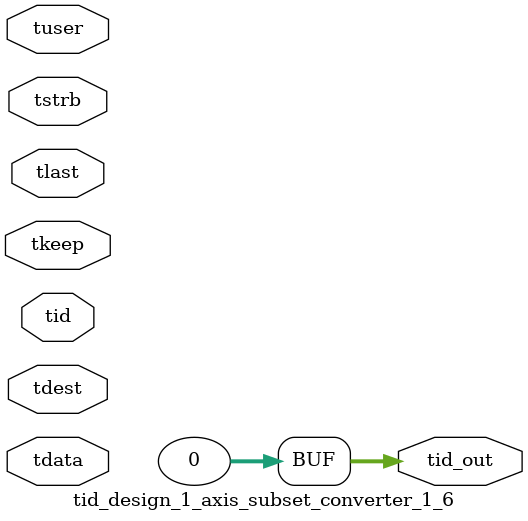
<source format=v>


`timescale 1ps/1ps

module tid_design_1_axis_subset_converter_1_6 #
(
parameter C_S_AXIS_TID_WIDTH   = 1,
parameter C_S_AXIS_TUSER_WIDTH = 0,
parameter C_S_AXIS_TDATA_WIDTH = 0,
parameter C_S_AXIS_TDEST_WIDTH = 0,
parameter C_M_AXIS_TID_WIDTH   = 32
)
(
input  [(C_S_AXIS_TID_WIDTH   == 0 ? 1 : C_S_AXIS_TID_WIDTH)-1:0       ] tid,
input  [(C_S_AXIS_TDATA_WIDTH == 0 ? 1 : C_S_AXIS_TDATA_WIDTH)-1:0     ] tdata,
input  [(C_S_AXIS_TUSER_WIDTH == 0 ? 1 : C_S_AXIS_TUSER_WIDTH)-1:0     ] tuser,
input  [(C_S_AXIS_TDEST_WIDTH == 0 ? 1 : C_S_AXIS_TDEST_WIDTH)-1:0     ] tdest,
input  [(C_S_AXIS_TDATA_WIDTH/8)-1:0 ] tkeep,
input  [(C_S_AXIS_TDATA_WIDTH/8)-1:0 ] tstrb,
input                                                                    tlast,
output [(C_M_AXIS_TID_WIDTH   == 0 ? 1 : C_M_AXIS_TID_WIDTH)-1:0       ] tid_out
);

assign tid_out = {1'b0};

endmodule


</source>
